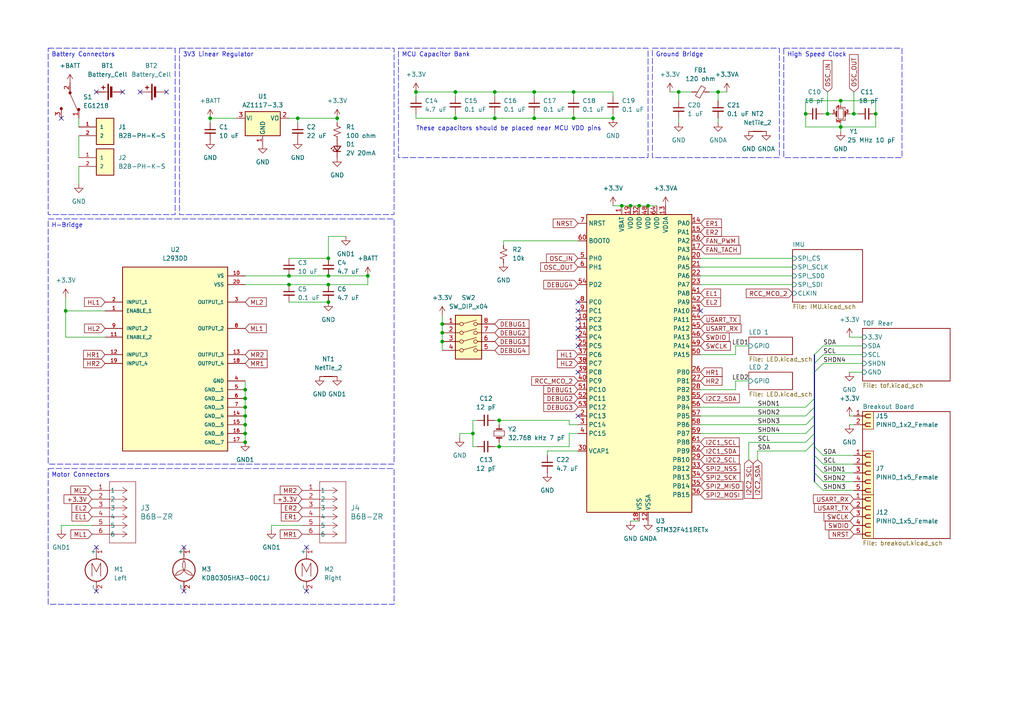
<source format=kicad_sch>
(kicad_sch (version 20230121) (generator eeschema)
  (paper "A4")
  (lib_symbols
    (symbol "B2B-PH-K-S_LF__SN_:B2B-PH-K-S_LF__SN_" (pin_names (offset 1.016))
      (property "Reference" "J" (at -2.5444 3.3077 0))
      (property "Value" "B2B-PH-K-S_LF__SN_" (at -2.5446 -7.6338 0))
      (symbol "B2B-PH-K-S_LF__SN__0_0"
        (pin passive line (at -7.62 0 0) (length 5.08) (name "1") (number "1"))
        (pin passive line (at -7.62 -2.54 0) (length 5.08) (name "2") (number "2"))
      )
    )
    (symbol "B6B_ZR:B6B-ZR" (pin_names (offset 0.254))
      (property "Reference" "J" (at 8.89 6.35 0))
      (property "Value" "B6B-ZR" (at 0 0 0))
      (symbol "B6B-ZR_1_1"
        (pin unspecified line (at 0 0 0) (length 5.08) (name "1") (number "1"))
        (pin unspecified line (at 0 -2.54 0) (length 5.08) (name "2") (number "2"))
        (pin unspecified line (at 0 -5.08 0) (length 5.08) (name "3") (number "3"))
        (pin unspecified line (at 0 -7.62 0) (length 5.08) (name "4") (number "4"))
        (pin unspecified line (at 0 -10.16 0) (length 5.08) (name "5") (number "5"))
        (pin unspecified line (at 0 -12.7 0) (length 5.08) (name "6") (number "6"))
      )
      (symbol "B6B-ZR_1_2"
        (pin unspecified line (at 0 0 0) (length 5.08) (name "1") (number "1"))
        (pin unspecified line (at 0 -2.54 0) (length 5.08) (name "2") (number "2"))
        (pin unspecified line (at 0 -5.08 0) (length 5.08) (name "3") (number "3"))
        (pin unspecified line (at 0 -7.62 0) (length 5.08) (name "4") (number "4"))
        (pin unspecified line (at 0 -10.16 0) (length 5.08) (name "5") (number "5"))
        (pin unspecified line (at 0 -12.7 0) (length 5.08) (name "6") (number "6"))
      )
    )
    (symbol "Device:Battery_Cell" (pin_numbers hide) (pin_names (offset 0) hide)
      (property "Reference" "BT" (at 2.54 2.54 0))
      (property "Value" "Battery_Cell" (at 2.54 0 0))
      (symbol "Battery_Cell_1_1"
        (pin passive line (at 0 5.08 270) (length 2.54) (name "+") (number "1"))
        (pin passive line (at 0 -2.54 90) (length 2.54) (name "-") (number "2"))
      )
    )
    (symbol "Device:C_Small" (pin_numbers hide) (pin_names (offset 0.254) hide)
      (property "Reference" "C" (at 0.254 1.778 0))
      (property "Value" "C_Small" (at 0.254 -2.032 0))
      (symbol "C_Small_1_1"
        (pin passive line (at 0 2.54 270) (length 2.032) (name "~") (number "1"))
        (pin passive line (at 0 -2.54 90) (length 2.032) (name "~") (number "2"))
      )
    )
    (symbol "Device:Crystal_GND24_Small" (pin_names (offset 1.016) hide)
      (property "Reference" "Y" (at 1.27 4.445 0))
      (property "Value" "Crystal_GND24_Small" (at 1.27 2.54 0))
      (symbol "Crystal_GND24_Small_1_1"
        (pin passive line (at -2.54 0 0) (length 1.27) (name "1") (number "1"))
        (pin passive line (at 0 -2.54 90) (length 0.635) (name "2") (number "2"))
        (pin passive line (at 2.54 0 180) (length 1.27) (name "3") (number "3"))
        (pin passive line (at 0 2.54 270) (length 0.635) (name "4") (number "4"))
      )
    )
    (symbol "Device:Crystal_Small" (pin_numbers hide) (pin_names (offset 1.016) hide)
      (property "Reference" "Y" (at 0 2.54 0))
      (property "Value" "Crystal_Small" (at 0 -2.54 0))
      (symbol "Crystal_Small_1_1"
        (pin passive line (at -2.54 0 0) (length 1.27) (name "1") (number "1"))
        (pin passive line (at 2.54 0 180) (length 1.27) (name "2") (number "2"))
      )
    )
    (symbol "Device:FerriteBead_Small" (pin_numbers hide) (pin_names (offset 0))
      (property "Reference" "FB" (at 1.905 1.27 0))
      (property "Value" "FerriteBead_Small" (at 1.905 -1.27 0))
      (symbol "FerriteBead_Small_1_1"
        (pin passive line (at 0 2.54 270) (length 1.27) (name "~") (number "1"))
        (pin passive line (at 0 -2.54 90) (length 1.27) (name "~") (number "2"))
      )
    )
    (symbol "Device:LED_Small" (pin_numbers hide) (pin_names (offset 0.254) hide)
      (property "Reference" "D" (at -1.27 3.175 0))
      (property "Value" "LED_Small" (at -4.445 -2.54 0))
      (symbol "LED_Small_1_1"
        (pin passive line (at -2.54 0 0) (length 1.778) (name "K") (number "1"))
        (pin passive line (at 2.54 0 180) (length 1.778) (name "A") (number "2"))
      )
    )
    (symbol "Device:NetTie_2" (pin_numbers hide) (pin_names (offset 0) hide) (in_bom no)
      (property "Reference" "NT" (at 0 1.27 0))
      (property "Value" "NetTie_2" (at 0 -1.27 0))
      (symbol "NetTie_2_1_1"
        (pin passive line (at -2.54 0 0) (length 2.54) (name "1") (number "1"))
        (pin passive line (at 2.54 0 180) (length 2.54) (name "2") (number "2"))
      )
    )
    (symbol "Device:R_Small_US" (pin_numbers hide) (pin_names (offset 0.254) hide)
      (property "Reference" "R" (at 0.762 0.508 0))
      (property "Value" "R_Small_US" (at 0.762 -1.016 0))
      (symbol "R_Small_US_1_1"
        (pin passive line (at 0 2.54 270) (length 1.016) (name "~") (number "1"))
        (pin passive line (at 0 -2.54 90) (length 1.016) (name "~") (number "2"))
      )
    )
    (symbol "L293DD:L293DD" (pin_names (offset 1.016))
      (property "Reference" "U" (at -15 18.7 0))
      (property "Value" "L293DD" (at -15 -37.78 0))
      (symbol "L293DD_0_0"
        (pin input line (at -20.32 5.08 0) (length 5.08) (name "ENABLE_1") (number "1"))
        (pin power_in line (at 20.32 15.24 180) (length 5.08) (name "VS") (number "10"))
        (pin input line (at -20.32 -2.54 0) (length 5.08) (name "ENABLE_2") (number "11"))
        (pin input line (at -20.32 -7.62 0) (length 5.08) (name "INPUT_3") (number "12"))
        (pin output line (at 20.32 -7.62 180) (length 5.08) (name "OUTPUT_3") (number "13"))
        (pin power_in line (at 20.32 -25.4 180) (length 5.08) (name "GND__4") (number "14"))
        (pin power_in line (at 20.32 -27.94 180) (length 5.08) (name "GND__5") (number "15"))
        (pin power_in line (at 20.32 -30.48 180) (length 5.08) (name "GND__6") (number "16"))
        (pin power_in line (at 20.32 -33.02 180) (length 5.08) (name "GND__7") (number "17"))
        (pin output line (at 20.32 -10.16 180) (length 5.08) (name "OUTPUT_4") (number "18"))
        (pin input line (at -20.32 -10.16 0) (length 5.08) (name "INPUT_4") (number "19"))
        (pin input line (at -20.32 7.62 0) (length 5.08) (name "INPUT_1") (number "2"))
        (pin power_in line (at 20.32 12.7 180) (length 5.08) (name "VSS") (number "20"))
        (pin output line (at 20.32 7.62 180) (length 5.08) (name "OUTPUT_1") (number "3"))
        (pin power_in line (at 20.32 -15.24 180) (length 5.08) (name "GND") (number "4"))
        (pin power_in line (at 20.32 -17.78 180) (length 5.08) (name "GND__1") (number "5"))
        (pin power_in line (at 20.32 -20.32 180) (length 5.08) (name "GND__2") (number "6"))
        (pin power_in line (at 20.32 -22.86 180) (length 5.08) (name "GND__3") (number "7"))
        (pin output line (at 20.32 0 180) (length 5.08) (name "OUTPUT_2") (number "8"))
        (pin input line (at -20.32 0 0) (length 5.08) (name "INPUT_2") (number "9"))
      )
    )
    (symbol "MCU_ST_STM32F4:STM32F411RETx"
      (property "Reference" "U" (at -15.24 44.45 0))
      (property "Value" "STM32F411RETx" (at 10.16 44.45 0))
      (symbol "STM32F411RETx_1_1"
        (pin power_in line (at -5.08 45.72 270) (length 2.54) (name "VBAT") (number "1"))
        (pin bidirectional line (at -17.78 12.7 0) (length 2.54) (name "PC2") (number "10"))
        (pin bidirectional line (at -17.78 10.16 0) (length 2.54) (name "PC3") (number "11"))
        (pin power_in line (at 2.54 -45.72 90) (length 2.54) (name "VSSA") (number "12"))
        (pin power_in line (at 7.62 45.72 270) (length 2.54) (name "VDDA") (number "13"))
        (pin bidirectional line (at 17.78 40.64 180) (length 2.54) (name "PA0") (number "14"))
        (pin bidirectional line (at 17.78 38.1 180) (length 2.54) (name "PA1") (number "15"))
        (pin bidirectional line (at 17.78 35.56 180) (length 2.54) (name "PA2") (number "16"))
        (pin bidirectional line (at 17.78 33.02 180) (length 2.54) (name "PA3") (number "17"))
        (pin power_in line (at 0 -45.72 90) (length 2.54) (name "VSS") (number "18"))
        (pin power_in line (at -2.54 45.72 270) (length 2.54) (name "VDD") (number "19"))
        (pin bidirectional line (at -17.78 -15.24 0) (length 2.54) (name "PC13") (number "2"))
        (pin bidirectional line (at 17.78 30.48 180) (length 2.54) (name "PA4") (number "20"))
        (pin bidirectional line (at 17.78 27.94 180) (length 2.54) (name "PA5") (number "21"))
        (pin bidirectional line (at 17.78 25.4 180) (length 2.54) (name "PA6") (number "22"))
        (pin bidirectional line (at 17.78 22.86 180) (length 2.54) (name "PA7") (number "23"))
        (pin bidirectional line (at -17.78 7.62 0) (length 2.54) (name "PC4") (number "24"))
        (pin bidirectional line (at -17.78 5.08 0) (length 2.54) (name "PC5") (number "25"))
        (pin bidirectional line (at 17.78 -2.54 180) (length 2.54) (name "PB0") (number "26"))
        (pin bidirectional line (at 17.78 -5.08 180) (length 2.54) (name "PB1") (number "27"))
        (pin bidirectional line (at 17.78 -7.62 180) (length 2.54) (name "PB2") (number "28"))
        (pin bidirectional line (at 17.78 -27.94 180) (length 2.54) (name "PB10") (number "29"))
        (pin bidirectional line (at -17.78 -17.78 0) (length 2.54) (name "PC14") (number "3"))
        (pin power_out line (at -17.78 -25.4 0) (length 2.54) (name "VCAP1") (number "30"))
        (pin passive line (at 0 -45.72 90) (length 2.54) hide (name "VSS") (number "31"))
        (pin power_in line (at 0 45.72 270) (length 2.54) (name "VDD") (number "32"))
        (pin bidirectional line (at 17.78 -30.48 180) (length 2.54) (name "PB12") (number "33"))
        (pin bidirectional line (at 17.78 -33.02 180) (length 2.54) (name "PB13") (number "34"))
        (pin bidirectional line (at 17.78 -35.56 180) (length 2.54) (name "PB14") (number "35"))
        (pin bidirectional line (at 17.78 -38.1 180) (length 2.54) (name "PB15") (number "36"))
        (pin bidirectional line (at -17.78 2.54 0) (length 2.54) (name "PC6") (number "37"))
        (pin bidirectional line (at -17.78 0 0) (length 2.54) (name "PC7") (number "38"))
        (pin bidirectional line (at -17.78 -2.54 0) (length 2.54) (name "PC8") (number "39"))
        (pin bidirectional line (at -17.78 -20.32 0) (length 2.54) (name "PC15") (number "4"))
        (pin bidirectional line (at -17.78 -5.08 0) (length 2.54) (name "PC9") (number "40"))
        (pin bidirectional line (at 17.78 20.32 180) (length 2.54) (name "PA8") (number "41"))
        (pin bidirectional line (at 17.78 17.78 180) (length 2.54) (name "PA9") (number "42"))
        (pin bidirectional line (at 17.78 15.24 180) (length 2.54) (name "PA10") (number "43"))
        (pin bidirectional line (at 17.78 12.7 180) (length 2.54) (name "PA11") (number "44"))
        (pin bidirectional line (at 17.78 10.16 180) (length 2.54) (name "PA12") (number "45"))
        (pin bidirectional line (at 17.78 7.62 180) (length 2.54) (name "PA13") (number "46"))
        (pin passive line (at 0 -45.72 90) (length 2.54) hide (name "VSS") (number "47"))
        (pin power_in line (at 2.54 45.72 270) (length 2.54) (name "VDD") (number "48"))
        (pin bidirectional line (at 17.78 5.08 180) (length 2.54) (name "PA14") (number "49"))
        (pin bidirectional line (at -17.78 30.48 0) (length 2.54) (name "PH0") (number "5"))
        (pin bidirectional line (at 17.78 2.54 180) (length 2.54) (name "PA15") (number "50"))
        (pin bidirectional line (at -17.78 -7.62 0) (length 2.54) (name "PC10") (number "51"))
        (pin bidirectional line (at -17.78 -10.16 0) (length 2.54) (name "PC11") (number "52"))
        (pin bidirectional line (at -17.78 -12.7 0) (length 2.54) (name "PC12") (number "53"))
        (pin bidirectional line (at -17.78 22.86 0) (length 2.54) (name "PD2") (number "54"))
        (pin bidirectional line (at 17.78 -10.16 180) (length 2.54) (name "PB3") (number "55"))
        (pin bidirectional line (at 17.78 -12.7 180) (length 2.54) (name "PB4") (number "56"))
        (pin bidirectional line (at 17.78 -15.24 180) (length 2.54) (name "PB5") (number "57"))
        (pin bidirectional line (at 17.78 -17.78 180) (length 2.54) (name "PB6") (number "58"))
        (pin bidirectional line (at 17.78 -20.32 180) (length 2.54) (name "PB7") (number "59"))
        (pin bidirectional line (at -17.78 27.94 0) (length 2.54) (name "PH1") (number "6"))
        (pin input line (at -17.78 35.56 0) (length 2.54) (name "BOOT0") (number "60"))
        (pin bidirectional line (at 17.78 -22.86 180) (length 2.54) (name "PB8") (number "61"))
        (pin bidirectional line (at 17.78 -25.4 180) (length 2.54) (name "PB9") (number "62"))
        (pin passive line (at 0 -45.72 90) (length 2.54) hide (name "VSS") (number "63"))
        (pin power_in line (at 5.08 45.72 270) (length 2.54) (name "VDD") (number "64"))
        (pin input line (at -17.78 40.64 0) (length 2.54) (name "NRST") (number "7"))
        (pin bidirectional line (at -17.78 17.78 0) (length 2.54) (name "PC0") (number "8"))
        (pin bidirectional line (at -17.78 15.24 0) (length 2.54) (name "PC1") (number "9"))
      )
    )
    (symbol "Motor:Fan" (pin_names (offset 0))
      (property "Reference" "M" (at 2.54 5.08 0))
      (property "Value" "Fan" (at 2.54 -2.54 0))
      (symbol "Fan_1_1"
        (pin passive line (at 0 7.62 270) (length 2.54) (name "+") (number "1"))
        (pin passive line (at 0 -5.08 90) (length 2.54) (name "-") (number "2"))
      )
    )
    (symbol "Motor:Motor_DC" (pin_names (offset 0))
      (property "Reference" "M" (at 2.54 2.54 0))
      (property "Value" "Motor_DC" (at 2.54 -5.08 0))
      (symbol "Motor_DC_1_1"
        (pin passive line (at 0 5.08 270) (length 2.54) (name "+") (number "1"))
        (pin passive line (at 0 -7.62 90) (length 2.54) (name "-") (number "2"))
      )
    )
    (symbol "PCM_SL_Pin_Headers:PINHD_1x2_Female"
      (property "Reference" "J" (at 0 7.62 0))
      (property "Value" "PINHD_1x2_Female" (at 0 5.08 0))
      (symbol "PINHD_1x2_Female_1_1"
        (pin passive line (at -3.81 1.27 0) (length 2.54) (name "") (number "1"))
        (pin passive line (at -3.81 -1.27 0) (length 2.54) (name "") (number "2"))
      )
    )
    (symbol "PCM_SL_Pin_Headers:PINHD_1x5_Female"
      (property "Reference" "J" (at 0 11.43 0))
      (property "Value" "PINHD_1x5_Female" (at 0 8.89 0))
      (symbol "PINHD_1x5_Female_1_1"
        (pin passive line (at -3.81 5.08 0) (length 2.54) (name "") (number "1"))
        (pin passive line (at -3.81 2.54 0) (length 2.54) (name "") (number "2"))
        (pin passive line (at -3.81 0 0) (length 2.54) (name "") (number "3"))
        (pin passive line (at -3.81 -2.54 0) (length 2.54) (name "") (number "4"))
        (pin passive line (at -3.81 -5.08 0) (length 2.54) (name "") (number "5"))
      )
    )
    (symbol "Regulator_Linear:AZ1117-3.3" (pin_names (offset 0.254))
      (property "Reference" "U" (at -3.81 3.175 0))
      (property "Value" "AZ1117-3.3" (at 0 3.175 0))
      (symbol "AZ1117-3.3_1_1"
        (pin power_in line (at 0 -7.62 90) (length 2.54) (name "GND") (number "1"))
        (pin power_out line (at 7.62 0 180) (length 2.54) (name "VO") (number "2"))
        (pin power_in line (at -7.62 0 0) (length 2.54) (name "VI") (number "3"))
      )
    )
    (symbol "Switch:SW_DIP_x04" (pin_names (offset 0) hide)
      (property "Reference" "SW" (at 0 8.89 0))
      (property "Value" "SW_DIP_x04" (at 0 -6.35 0))
      (symbol "SW_DIP_x04_1_1"
        (pin passive line (at -7.62 5.08 0) (length 5.08) (name "~") (number "1"))
        (pin passive line (at -7.62 2.54 0) (length 5.08) (name "~") (number "2"))
        (pin passive line (at -7.62 0 0) (length 5.08) (name "~") (number "3"))
        (pin passive line (at -7.62 -2.54 0) (length 5.08) (name "~") (number "4"))
        (pin passive line (at 7.62 -2.54 180) (length 5.08) (name "~") (number "5"))
        (pin passive line (at 7.62 0 180) (length 5.08) (name "~") (number "6"))
        (pin passive line (at 7.62 2.54 180) (length 5.08) (name "~") (number "7"))
        (pin passive line (at 7.62 5.08 180) (length 5.08) (name "~") (number "8"))
      )
    )
    (symbol "dk_Slide-Switches:EG1218" (pin_names (offset 0))
      (property "Reference" "S" (at -3.81 2.286 0))
      (property "Value" "EG1218" (at 0 -5.334 0))
      (symbol "EG1218_1_1"
        (pin passive line (at 5.08 2.54 180) (length 2.54) (name "~") (number "1"))
        (pin passive line (at -5.08 0 0) (length 2.54) (name "~") (number "2"))
        (pin passive line (at 5.08 -2.54 180) (length 2.54) (name "~") (number "3"))
      )
    )
    (symbol "power:+3.3V" (power) (pin_names (offset 0))
      (property "Value" "+3.3V" (at 0 3.556 0))
      (symbol "+3.3V_1_1"
        (pin power_in line (at 0 0 90) (length 0) hide (name "+3.3V") (number "1"))
      )
    )
    (symbol "power:+3.3VA" (power) (pin_names (offset 0))
      (property "Value" "+3.3VA" (at 0 3.556 0))
      (symbol "+3.3VA_1_1"
        (pin power_in line (at 0 0 90) (length 0) hide (name "+3.3VA") (number "1"))
      )
    )
    (symbol "power:+BATT" (power) (pin_names (offset 0))
      (property "Value" "+BATT" (at 0 3.556 0))
      (symbol "+BATT_1_1"
        (pin power_in line (at 0 0 90) (length 0) hide (name "+BATT") (number "1"))
      )
    )
    (symbol "power:GND" (power) (pin_names (offset 0))
      (property "Value" "GND" (at 0 -3.81 0))
      (symbol "GND_1_1"
        (pin power_in line (at 0 0 270) (length 0) hide (name "GND") (number "1"))
      )
    )
    (symbol "power:GND1" (power) (pin_names (offset 0))
      (property "Value" "GND1" (at 0 -3.81 0))
      (symbol "GND1_1_1"
        (pin power_in line (at 0 0 270) (length 0) hide (name "GND1") (number "1"))
      )
    )
    (symbol "power:GNDA" (power) (pin_names (offset 0))
      (property "Value" "GNDA" (at 0 -3.81 0))
      (symbol "GNDA_1_1"
        (pin power_in line (at 0 0 270) (length 0) hide (name "GNDA") (number "1"))
      )
    )
  )
  (junction (at 128.27 96.52))
  (junction (at 233.68 33.02))
  (junction (at 196.85 26.67))
  (junction (at 240.03 33.02))
  (junction (at 120.65 26.67))
  (junction (at 71.12 128.27))
  (junction (at 182.88 59.69))
  (junction (at 60.96 34.29))
  (junction (at 132.08 34.29))
  (junction (at 166.37 34.29))
  (junction (at 132.08 26.67))
  (junction (at 143.51 26.67))
  (junction (at 106.68 80.01))
  (junction (at 128.27 93.98))
  (junction (at 208.28 26.67))
  (junction (at 128.27 99.06))
  (junction (at 71.12 113.03))
  (junction (at 95.25 82.55))
  (junction (at 243.84 29.21))
  (junction (at 247.65 33.02))
  (junction (at 95.25 74.93))
  (junction (at 71.12 120.65))
  (junction (at 97.79 34.29))
  (junction (at 19.05 90.17))
  (junction (at 177.8 34.29))
  (junction (at 254 33.02))
  (junction (at 185.42 59.69))
  (junction (at 95.25 87.63))
  (junction (at 166.37 26.67))
  (junction (at 71.12 118.11))
  (junction (at 243.84 36.83))
  (junction (at 187.96 59.69))
  (junction (at 95.25 80.01))
  (junction (at 137.16 125.73))
  (junction (at 83.82 80.01))
  (junction (at 71.12 115.57))
  (junction (at 143.51 34.29))
  (junction (at 154.94 34.29))
  (junction (at 144.78 121.92))
  (junction (at 71.12 125.73))
  (junction (at 154.94 26.67))
  (junction (at 83.82 82.55))
  (junction (at 86.36 34.29))
  (junction (at 144.78 129.54))
  (junction (at 180.34 59.69))
  (junction (at 71.12 123.19))
  (no_connect (at 27.94 158.75))
  (no_connect (at 53.34 158.75))
  (no_connect (at 88.9 158.75))
  (no_connect (at 167.64 92.71))
  (no_connect (at 167.64 97.79))
  (no_connect (at 167.64 107.95))
  (no_connect (at 27.94 171.45))
  (no_connect (at 167.64 120.65))
  (no_connect (at 35.56 26.67))
  (no_connect (at 53.34 171.45))
  (no_connect (at 40.64 26.67))
  (no_connect (at 203.2 90.17))
  (no_connect (at 17.78 34.29))
  (no_connect (at 48.26 26.67))
  (no_connect (at 167.64 100.33))
  (no_connect (at 27.94 26.67))
  (no_connect (at 167.64 87.63))
  (no_connect (at 167.64 90.17))
  (no_connect (at 167.64 95.25))
  (no_connect (at 88.9 171.45))
  (bus_entry (at 236.22 123.19) (size -2.54 2.54))
  (bus_entry (at 236.22 107.95) (size 2.54 -2.54))
  (bus_entry (at 236.22 139.7) (size 2.54 2.54))
  (bus_entry (at 236.22 102.87) (size 2.54 -2.54))
  (bus_entry (at 236.22 137.16) (size 2.54 2.54))
  (bus_entry (at 236.22 120.65) (size -2.54 2.54))
  (bus_entry (at 236.22 134.62) (size 2.54 2.54))
  (bus_entry (at 236.22 118.11) (size -2.54 2.54))
  (bus_entry (at 236.22 115.57) (size -2.54 2.54))
  (bus_entry (at 236.22 129.54) (size 2.54 2.54))
  (bus_entry (at 236.22 125.73) (size -2.54 2.54))
  (bus_entry (at 236.22 105.41) (size 2.54 -2.54))
  (bus_entry (at 236.22 132.08) (size 2.54 2.54))
  (bus_entry (at 236.22 128.27) (size -2.54 2.54))
  (wire (pts (xy 219.71 130.81) (xy 233.68 130.81)))
  (wire (pts (xy 238.76 100.33) (xy 250.19 100.33)))
  (wire (pts (xy 146.05 69.85) (xy 146.05 71.12)))
  (wire (pts (xy 137.16 129.54) (xy 138.43 129.54)))
  (wire (pts (xy 26.67 152.4) (xy 17.78 152.4)))
  (wire (pts (xy 143.51 34.29) (xy 143.51 33.02)))
  (wire (pts (xy 132.08 26.67) (xy 143.51 26.67)))
  (bus (pts (xy 236.22 134.62) (xy 236.22 137.16)))
  (wire (pts (xy 143.51 34.29) (xy 154.94 34.29)))
  (wire (pts (xy 247.65 26.67) (xy 247.65 33.02)))
  (wire (pts (xy 133.35 125.73) (xy 137.16 125.73)))
  (bus (pts (xy 236.22 128.27) (xy 236.22 129.54)))
  (wire (pts (xy 132.08 34.29) (xy 132.08 33.02)))
  (wire (pts (xy 120.65 26.67) (xy 132.08 26.67)))
  (wire (pts (xy 60.96 34.29) (xy 68.58 34.29)))
  (wire (pts (xy 208.28 26.67) (xy 210.82 26.67)))
  (wire (pts (xy 143.51 121.92) (xy 144.78 121.92)))
  (wire (pts (xy 205.74 26.67) (xy 208.28 26.67)))
  (wire (pts (xy 19.05 90.17) (xy 30.48 90.17)))
  (wire (pts (xy 240.03 33.02) (xy 241.3 33.02)))
  (wire (pts (xy 17.78 152.4) (xy 17.78 153.67)))
  (wire (pts (xy 254 29.21) (xy 254 33.02)))
  (wire (pts (xy 180.34 59.69) (xy 182.88 59.69)))
  (wire (pts (xy 203.2 125.73) (xy 233.68 125.73)))
  (wire (pts (xy 166.37 34.29) (xy 166.37 33.02)))
  (wire (pts (xy 233.68 36.83) (xy 233.68 33.02)))
  (wire (pts (xy 203.2 123.19) (xy 233.68 123.19)))
  (wire (pts (xy 238.76 134.62) (xy 247.65 134.62)))
  (wire (pts (xy 71.12 113.03) (xy 71.12 115.57)))
  (bus (pts (xy 236.22 123.19) (xy 236.22 125.73)))
  (wire (pts (xy 143.51 26.67) (xy 154.94 26.67)))
  (wire (pts (xy 177.8 26.67) (xy 177.8 27.94)))
  (wire (pts (xy 238.76 139.7) (xy 247.65 139.7)))
  (wire (pts (xy 213.36 110.49) (xy 217.17 110.49)))
  (wire (pts (xy 30.48 97.79) (xy 19.05 97.79)))
  (wire (pts (xy 22.86 34.29) (xy 22.86 36.83)))
  (wire (pts (xy 203.2 120.65) (xy 233.68 120.65)))
  (wire (pts (xy 83.82 34.29) (xy 86.36 34.29)))
  (wire (pts (xy 203.2 113.03) (xy 213.36 113.03)))
  (wire (pts (xy 19.05 97.79) (xy 19.05 90.17)))
  (wire (pts (xy 71.12 118.11) (xy 71.12 120.65)))
  (wire (pts (xy 128.27 91.44) (xy 128.27 93.98)))
  (wire (pts (xy 203.2 118.11) (xy 233.68 118.11)))
  (wire (pts (xy 246.38 123.19) (xy 247.65 123.19)))
  (bus (pts (xy 236.22 118.11) (xy 236.22 120.65)))
  (bus (pts (xy 236.22 102.87) (xy 236.22 105.41)))
  (wire (pts (xy 219.71 130.81) (xy 219.71 133.35)))
  (wire (pts (xy 177.8 59.69) (xy 180.34 59.69)))
  (wire (pts (xy 243.84 29.21) (xy 254 29.21)))
  (wire (pts (xy 60.96 35.56) (xy 60.96 34.29)))
  (bus (pts (xy 236.22 120.65) (xy 236.22 123.19)))
  (wire (pts (xy 71.12 125.73) (xy 71.12 128.27)))
  (wire (pts (xy 128.27 93.98) (xy 128.27 96.52)))
  (wire (pts (xy 83.82 87.63) (xy 95.25 87.63)))
  (wire (pts (xy 243.84 36.83) (xy 243.84 35.56)))
  (wire (pts (xy 203.2 82.55) (xy 229.87 82.55)))
  (wire (pts (xy 213.36 102.87) (xy 203.2 102.87)))
  (wire (pts (xy 243.84 38.1) (xy 243.84 36.83)))
  (wire (pts (xy 185.42 59.69) (xy 187.96 59.69)))
  (wire (pts (xy 165.1 125.73) (xy 165.1 129.54)))
  (wire (pts (xy 71.12 120.65) (xy 71.12 123.19)))
  (wire (pts (xy 22.86 39.37) (xy 22.86 45.72)))
  (wire (pts (xy 95.25 80.01) (xy 106.68 80.01)))
  (wire (pts (xy 137.16 125.73) (xy 137.16 129.54)))
  (wire (pts (xy 208.28 35.56) (xy 208.28 34.29)))
  (wire (pts (xy 143.51 26.67) (xy 143.51 27.94)))
  (wire (pts (xy 158.75 130.81) (xy 158.75 132.08)))
  (wire (pts (xy 128.27 99.06) (xy 128.27 101.6)))
  (wire (pts (xy 213.36 113.03) (xy 213.36 110.49)))
  (bus (pts (xy 236.22 105.41) (xy 236.22 107.95)))
  (wire (pts (xy 144.78 129.54) (xy 144.78 128.27)))
  (wire (pts (xy 240.03 26.67) (xy 240.03 33.02)))
  (wire (pts (xy 106.68 82.55) (xy 106.68 80.01)))
  (wire (pts (xy 246.38 120.65) (xy 247.65 120.65)))
  (wire (pts (xy 238.76 102.87) (xy 250.19 102.87)))
  (wire (pts (xy 196.85 35.56) (xy 196.85 34.29)))
  (wire (pts (xy 71.12 80.01) (xy 83.82 80.01)))
  (wire (pts (xy 167.64 130.81) (xy 158.75 130.81)))
  (wire (pts (xy 165.1 121.92) (xy 144.78 121.92)))
  (wire (pts (xy 71.12 123.19) (xy 71.12 125.73)))
  (wire (pts (xy 166.37 26.67) (xy 177.8 26.67)))
  (wire (pts (xy 132.08 26.67) (xy 132.08 27.94)))
  (wire (pts (xy 132.08 34.29) (xy 143.51 34.29)))
  (wire (pts (xy 22.86 48.26) (xy 22.86 53.34)))
  (wire (pts (xy 71.12 110.49) (xy 71.12 113.03)))
  (wire (pts (xy 86.36 35.56) (xy 86.36 34.29)))
  (wire (pts (xy 243.84 36.83) (xy 233.68 36.83)))
  (wire (pts (xy 167.64 123.19) (xy 165.1 123.19)))
  (wire (pts (xy 165.1 125.73) (xy 167.64 125.73)))
  (wire (pts (xy 120.65 34.29) (xy 132.08 34.29)))
  (wire (pts (xy 87.63 152.4) (xy 78.74 152.4)))
  (wire (pts (xy 243.84 36.83) (xy 254 36.83)))
  (wire (pts (xy 137.16 121.92) (xy 138.43 121.92)))
  (wire (pts (xy 120.65 26.67) (xy 120.65 27.94)))
  (wire (pts (xy 146.05 69.85) (xy 167.64 69.85)))
  (wire (pts (xy 143.51 129.54) (xy 144.78 129.54)))
  (wire (pts (xy 213.36 100.33) (xy 213.36 102.87)))
  (wire (pts (xy 238.76 137.16) (xy 247.65 137.16)))
  (wire (pts (xy 71.12 115.57) (xy 71.12 118.11)))
  (wire (pts (xy 144.78 121.92) (xy 144.78 123.19)))
  (wire (pts (xy 187.96 59.69) (xy 190.5 59.69)))
  (wire (pts (xy 243.84 30.48) (xy 243.84 29.21)))
  (wire (pts (xy 19.05 90.17) (xy 19.05 86.36)))
  (wire (pts (xy 233.68 29.21) (xy 233.68 33.02)))
  (wire (pts (xy 83.82 74.93) (xy 95.25 74.93)))
  (wire (pts (xy 120.65 34.29) (xy 120.65 33.02)))
  (wire (pts (xy 133.35 127) (xy 133.35 125.73)))
  (wire (pts (xy 154.94 26.67) (xy 166.37 26.67)))
  (wire (pts (xy 154.94 34.29) (xy 166.37 34.29)))
  (wire (pts (xy 128.27 96.52) (xy 128.27 99.06)))
  (wire (pts (xy 71.12 82.55) (xy 83.82 82.55)))
  (wire (pts (xy 238.76 142.24) (xy 247.65 142.24)))
  (wire (pts (xy 196.85 26.67) (xy 200.66 26.67)))
  (bus (pts (xy 236.22 137.16) (xy 236.22 139.7)))
  (wire (pts (xy 196.85 26.67) (xy 196.85 29.21)))
  (wire (pts (xy 248.92 33.02) (xy 247.65 33.02)))
  (wire (pts (xy 177.8 33.02) (xy 177.8 34.29)))
  (bus (pts (xy 236.22 125.73) (xy 236.22 128.27)))
  (wire (pts (xy 95.25 82.55) (xy 106.68 82.55)))
  (wire (pts (xy 246.38 107.95) (xy 250.19 107.95)))
  (wire (pts (xy 217.17 128.27) (xy 233.68 128.27)))
  (wire (pts (xy 182.88 151.13) (xy 185.42 151.13)))
  (wire (pts (xy 238.76 33.02) (xy 240.03 33.02)))
  (bus (pts (xy 236.22 115.57) (xy 236.22 118.11)))
  (wire (pts (xy 182.88 59.69) (xy 185.42 59.69)))
  (bus (pts (xy 236.22 132.08) (xy 236.22 134.62)))
  (wire (pts (xy 203.2 80.01) (xy 229.87 80.01)))
  (wire (pts (xy 208.28 26.67) (xy 208.28 29.21)))
  (wire (pts (xy 243.84 29.21) (xy 233.68 29.21)))
  (wire (pts (xy 95.25 68.58) (xy 100.33 68.58)))
  (wire (pts (xy 154.94 34.29) (xy 154.94 33.02)))
  (wire (pts (xy 238.76 105.41) (xy 250.19 105.41)))
  (wire (pts (xy 250.19 97.79) (xy 246.38 97.79)))
  (wire (pts (xy 154.94 26.67) (xy 154.94 27.94)))
  (wire (pts (xy 137.16 121.92) (xy 137.16 125.73)))
  (wire (pts (xy 217.17 128.27) (xy 217.17 133.35)))
  (wire (pts (xy 166.37 26.67) (xy 166.37 27.94)))
  (wire (pts (xy 83.82 82.55) (xy 95.25 82.55)))
  (bus (pts (xy 236.22 129.54) (xy 236.22 132.08)))
  (wire (pts (xy 166.37 34.29) (xy 177.8 34.29)))
  (wire (pts (xy 95.25 68.58) (xy 95.25 74.93)))
  (bus (pts (xy 236.22 107.95) (xy 236.22 115.57)))
  (wire (pts (xy 97.79 35.56) (xy 97.79 34.29)))
  (wire (pts (xy 254 33.02) (xy 254 36.83)))
  (wire (pts (xy 213.36 100.33) (xy 217.17 100.33)))
  (wire (pts (xy 86.36 34.29) (xy 97.79 34.29)))
  (wire (pts (xy 78.74 152.4) (xy 78.74 153.67)))
  (wire (pts (xy 238.76 132.08) (xy 247.65 132.08)))
  (wire (pts (xy 247.65 33.02) (xy 246.38 33.02)))
  (wire (pts (xy 203.2 74.93) (xy 229.87 74.93)))
  (wire (pts (xy 165.1 121.92) (xy 165.1 123.19)))
  (wire (pts (xy 203.2 77.47) (xy 229.87 77.47)))
  (wire (pts (xy 165.1 129.54) (xy 144.78 129.54)))
  (wire (pts (xy 83.82 80.01) (xy 95.25 80.01)))
  (wire (pts (xy 194.31 26.67) (xy 196.85 26.67)))
  (text_box "H-Bridge" (at 13.97 63.5 0) (size 100.33 71.12) (stroke (width 0) (type dash)) (effects (font (size 1.27 1.27)) (justify left top)))
  (text_box "3V3 Linear Regulator" (at 52.07 13.97 0) (size 62.23 48.26) (stroke (width 0) (type dash)) (effects (font (size 1.27 1.27)) (justify left top)))
  (text_box "Ground Bridge" (at 189.23 13.97 0) (size 36.83 31.75) (stroke (width 0) (type dash)) (effects (font (size 1.27 1.27)) (justify left top)))
  (text_box "Motor Connectors" (at 13.97 135.89 0) (size 100.33 39.37) (stroke (width 0) (type dash)) (effects (font (size 1.27 1.27)) (justify left top)))
  (text_box "MCU Capacitor Bank" (at 115.57 13.97 0) (size 72.39 31.75) (stroke (width 0) (type dash)) (effects (font (size 1.27 1.27)) (justify left top)))
  (text_box "High Speed Clock" (at 227.33 13.97 0) (size 34.29 31.75) (stroke (width 0) (type dash)) (effects (font (size 1.27 1.27)) (justify left top)))
  (text_box "Battery Connectors" (at 13.97 13.97 0) (size 36.83 48.26) (stroke (width 0) (type dash)) (effects (font (size 1.27 1.27)) (justify left top)))
  (text "These capacitors should be placed near MCU VDD pins" (at 120.65 38.1 0) (effects (font (size 1.27 1.27)) (justify left bottom)))
  (label "SHDN4" (at 238.76 105.41 0))
  (label "SCL" (at 238.76 102.87 0))
  (label "SDA" (at 238.76 100.33 0))
  (label "SHDN2" (at 219.71 120.65 0))
  (label "SCL" (at 219.71 128.27 0))
  (label "SHDN3" (at 219.71 123.19 0))
  (label "SDA" (at 219.71 130.81 0))
  (label "LED2" (at 217.17 110.49 180))
  (label "SHDN1" (at 238.76 137.16 0))
  (label "SHDN1" (at 219.71 118.11 0))
  (label "SHDN4" (at 219.71 125.73 0))
  (label "SCL" (at 238.76 134.62 0))
  (label "SDA" (at 238.76 132.08 0))
  (label "SHDN3" (at 238.76 142.24 0))
  (label "SHDN2" (at 238.76 139.7 0))
  (label "LED1" (at 217.17 100.33 180))
  (global_label "SWDIO" (shape input) (at 203.2 97.79 0) (property "Intersheetrefs" "${INTERSHEET_REFS}" (effects hide)))
  (global_label "RCC_MCO_2" (shape input) (at 167.64 110.49 180) (property "Intersheetrefs" "${INTERSHEET_REFS}" (effects hide)))
  (global_label "I2C2_SCL" (shape input) (at 217.17 133.35 270) (property "Intersheetrefs" "${INTERSHEET_REFS}" (effects hide)))
  (global_label "I2C2_SDA" (shape input) (at 203.2 115.57 0) (property "Intersheetrefs" "${INTERSHEET_REFS}" (effects hide)))
  (global_label "HR2" (shape input) (at 30.48 105.41 180) (property "Intersheetrefs" "${INTERSHEET_REFS}" (effects hide)))
  (global_label "SPI2_MOSI" (shape input) (at 203.2 143.51 0) (property "Intersheetrefs" "${INTERSHEET_REFS}" (effects hide)))
  (global_label "EL1" (shape input) (at 26.67 149.86 180) (property "Intersheetrefs" "${INTERSHEET_REFS}" (effects hide)))
  (global_label "USART_TX" (shape input) (at 203.2 92.71 0) (property "Intersheetrefs" "${INTERSHEET_REFS}" (effects hide)))
  (global_label "HR1" (shape input) (at 203.2 107.95 0) (property "Intersheetrefs" "${INTERSHEET_REFS}" (effects hide)))
  (global_label "ER2" (shape input) (at 87.63 147.32 180) (property "Intersheetrefs" "${INTERSHEET_REFS}" (effects hide)))
  (global_label "DEBUG4" (shape input) (at 167.64 82.55 180) (property "Intersheetrefs" "${INTERSHEET_REFS}" (effects hide)))
  (global_label "MR2" (shape input) (at 71.12 102.87 0) (property "Intersheetrefs" "${INTERSHEET_REFS}" (effects hide)))
  (global_label "USART_RX" (shape input) (at 203.2 95.25 0) (property "Intersheetrefs" "${INTERSHEET_REFS}" (effects hide)))
  (global_label "FAN_PWM" (shape input) (at 203.2 69.85 0) (property "Intersheetrefs" "${INTERSHEET_REFS}" (effects hide)))
  (global_label "ML2" (shape input) (at 71.12 87.63 0) (property "Intersheetrefs" "${INTERSHEET_REFS}" (effects hide)))
  (global_label "SPI2_MISO" (shape input) (at 203.2 140.97 0) (property "Intersheetrefs" "${INTERSHEET_REFS}" (effects hide)))
  (global_label "OSC_IN" (shape input) (at 240.03 26.67 90) (property "Intersheetrefs" "${INTERSHEET_REFS}" (effects hide)))
  (global_label "ML1" (shape input) (at 26.67 154.94 180) (property "Intersheetrefs" "${INTERSHEET_REFS}" (effects hide)))
  (global_label "EL2" (shape input) (at 203.2 87.63 0) (property "Intersheetrefs" "${INTERSHEET_REFS}" (effects hide)))
  (global_label "NRST" (shape input) (at 247.65 154.94 180) (property "Intersheetrefs" "${INTERSHEET_REFS}" (effects hide)))
  (global_label "HL2" (shape input) (at 30.48 95.25 180) (property "Intersheetrefs" "${INTERSHEET_REFS}" (effects hide)))
  (global_label "I2C1_SCL" (shape input) (at 203.2 128.27 0) (property "Intersheetrefs" "${INTERSHEET_REFS}" (effects hide)))
  (global_label "DEBUG1" (shape input) (at 167.64 113.03 180) (property "Intersheetrefs" "${INTERSHEET_REFS}" (effects hide)))
  (global_label "EL1" (shape input) (at 203.2 85.09 0) (property "Intersheetrefs" "${INTERSHEET_REFS}" (effects hide)))
  (global_label "DEBUG4" (shape input) (at 143.51 101.6 0) (property "Intersheetrefs" "${INTERSHEET_REFS}" (effects hide)))
  (global_label "I2C1_SDA" (shape input) (at 203.2 130.81 0) (property "Intersheetrefs" "${INTERSHEET_REFS}" (effects hide)))
  (global_label "FAN_TACH" (shape input) (at 203.2 72.39 0) (property "Intersheetrefs" "${INTERSHEET_REFS}" (effects hide)))
  (global_label "SPI2_SCK" (shape input) (at 203.2 138.43 0) (property "Intersheetrefs" "${INTERSHEET_REFS}" (effects hide)))
  (global_label "MR1" (shape input) (at 71.12 105.41 0) (property "Intersheetrefs" "${INTERSHEET_REFS}" (effects hide)))
  (global_label "ER1" (shape input) (at 87.63 149.86 180) (property "Intersheetrefs" "${INTERSHEET_REFS}" (effects hide)))
  (global_label "ML2" (shape input) (at 26.67 142.24 180) (property "Intersheetrefs" "${INTERSHEET_REFS}" (effects hide)))
  (global_label "I2C2_SCL" (shape input) (at 203.2 133.35 0) (property "Intersheetrefs" "${INTERSHEET_REFS}" (effects hide)))
  (global_label "NRST" (shape input) (at 167.64 64.77 180) (property "Intersheetrefs" "${INTERSHEET_REFS}" (effects hide)))
  (global_label "DEBUG1" (shape input) (at 143.51 93.98 0) (property "Intersheetrefs" "${INTERSHEET_REFS}" (effects hide)))
  (global_label "RCC_MCO_2" (shape input) (at 229.87 85.09 180) (property "Intersheetrefs" "${INTERSHEET_REFS}" (effects hide)))
  (global_label "DEBUG3" (shape input) (at 167.64 118.11 180) (property "Intersheetrefs" "${INTERSHEET_REFS}" (effects hide)))
  (global_label "USART_TX" (shape input) (at 247.65 147.32 180) (property "Intersheetrefs" "${INTERSHEET_REFS}" (effects hide)))
  (global_label "MR1" (shape input) (at 87.63 154.94 180) (property "Intersheetrefs" "${INTERSHEET_REFS}" (effects hide)))
  (global_label "OSC_IN" (shape input) (at 167.64 74.93 180) (property "Intersheetrefs" "${INTERSHEET_REFS}" (effects hide)))
  (global_label "HR2" (shape input) (at 203.2 110.49 0) (property "Intersheetrefs" "${INTERSHEET_REFS}" (effects hide)))
  (global_label "+3.3V" (shape input) (at 26.67 144.78 180) (property "Intersheetrefs" "${INTERSHEET_REFS}" (effects hide)))
  (global_label "HL2" (shape input) (at 167.64 105.41 180) (property "Intersheetrefs" "${INTERSHEET_REFS}" (effects hide)))
  (global_label "DEBUG2" (shape input) (at 167.64 115.57 180) (property "Intersheetrefs" "${INTERSHEET_REFS}" (effects hide)))
  (global_label "SWDIO" (shape input) (at 247.65 152.4 180) (property "Intersheetrefs" "${INTERSHEET_REFS}" (effects hide)))
  (global_label "SWCLK" (shape input) (at 247.65 149.86 180) (property "Intersheetrefs" "${INTERSHEET_REFS}" (effects hide)))
  (global_label "DEBUG2" (shape input) (at 143.51 96.52 0) (property "Intersheetrefs" "${INTERSHEET_REFS}" (effects hide)))
  (global_label "ER2" (shape input) (at 203.2 67.31 0) (property "Intersheetrefs" "${INTERSHEET_REFS}" (effects hide)))
  (global_label "SWCLK" (shape input) (at 203.2 100.33 0) (property "Intersheetrefs" "${INTERSHEET_REFS}" (effects hide)))
  (global_label "ML1" (shape input) (at 71.12 95.25 0) (property "Intersheetrefs" "${INTERSHEET_REFS}" (effects hide)))
  (global_label "I2C2_SDA" (shape input) (at 219.71 133.35 270) (property "Intersheetrefs" "${INTERSHEET_REFS}" (effects hide)))
  (global_label "ER1" (shape input) (at 203.2 64.77 0) (property "Intersheetrefs" "${INTERSHEET_REFS}" (effects hide)))
  (global_label "EL2" (shape input) (at 26.67 147.32 180) (property "Intersheetrefs" "${INTERSHEET_REFS}" (effects hide)))
  (global_label "SPI2_NSS" (shape input) (at 203.2 135.89 0) (property "Intersheetrefs" "${INTERSHEET_REFS}" (effects hide)))
  (global_label "HR1" (shape input) (at 30.48 102.87 180) (property "Intersheetrefs" "${INTERSHEET_REFS}" (effects hide)))
  (global_label "+3.3V" (shape input) (at 87.63 144.78 180) (property "Intersheetrefs" "${INTERSHEET_REFS}" (effects hide)))
  (global_label "OSC_OUT" (shape input) (at 247.65 26.67 90) (property "Intersheetrefs" "${INTERSHEET_REFS}" (effects hide)))
  (global_label "MR2" (shape input) (at 87.63 142.24 180) (property "Intersheetrefs" "${INTERSHEET_REFS}" (effects hide)))
  (global_label "DEBUG3" (shape input) (at 143.51 99.06 0) (property "Intersheetrefs" "${INTERSHEET_REFS}" (effects hide)))
  (global_label "HL1" (shape input) (at 167.64 102.87 180) (property "Intersheetrefs" "${INTERSHEET_REFS}" (effects hide)))
  (global_label "USART_RX" (shape input) (at 247.65 144.78 180) (property "Intersheetrefs" "${INTERSHEET_REFS}" (effects hide)))
  (global_label "OSC_OUT" (shape input) (at 167.64 77.47 180) (property "Intersheetrefs" "${INTERSHEET_REFS}" (effects hide)))
  (global_label "HL1" (shape input) (at 30.48 87.63 180) (property "Intersheetrefs" "${INTERSHEET_REFS}" (effects hide)))
  (symbol (lib_id "power:GND1") (at 78.74 153.67 0) (unit 1)
    (property "Reference" "#PWR043" (effects hide))
    (property "Value" "GND1" (at 78.74 158.75 0))
  )
  (symbol (lib_id "power:GND") (at 158.75 137.16 0) (unit 1)
    (property "Reference" "#PWR014" (effects hide))
    (property "Value" "GND" (at 158.75 142.24 0))
  )
  (symbol (lib_id "Device:NetTie_2") (at 95.25 109.22 0) (unit 1) (in_bom no)
    (property "Reference" "NT1" (at 95.25 104.14 0))
    (property "Value" "NetTie_2" (at 95.25 106.68 0))
    (property "Footprint" "NetTie:NetTie-2_SMD_Pad0.5mm" (effects hide))
  )
  (symbol (lib_id "power:GND") (at 86.36 40.64 0) (unit 1)
    (property "Reference" "#PWR039" (effects hide))
    (property "Value" "GND" (at 86.36 45.72 0))
  )
  (symbol (lib_id "Device:C_Small") (at 177.8 30.48 0) (unit 1)
    (property "Reference" "C19" (at 180.34 29.2163 0) (effects (justify left)))
    (property "Value" "0.1 uF" (at 180.34 31.7563 0) (effects (justify left)))
    (property "Footprint" "Capacitor_SMD:C_0805_2012Metric" (effects hide))
  )
  (symbol (lib_id "Device:C_Small") (at 86.36 38.1 0) (unit 1)
    (property "Reference" "C2" (at 88.9 36.83 0) (effects (justify left)))
    (property "Value" "22 uF" (at 88.9 39.3763 0) (effects (justify left)))
    (property "Footprint" "Capacitor_SMD:C_0805_2012Metric" (effects hide))
  )
  (symbol (lib_id "power:GNDA") (at 187.96 151.13 0) (unit 1)
    (property "Reference" "#PWR016" (effects hide))
    (property "Value" "GNDA" (at 187.96 156.21 0))
  )
  (symbol (lib_id "power:+3.3V") (at 19.05 86.36 0) (unit 1)
    (property "Reference" "#PWR031" (effects hide))
    (property "Value" "+3.3V" (at 19.05 81.28 0))
  )
  (symbol (lib_id "power:+BATT") (at 60.96 34.29 0) (unit 1)
    (property "Reference" "#PWR02" (effects hide))
    (property "Value" "+BATT" (at 60.96 29.21 0))
  )
  (symbol (lib_id "power:GND1") (at 17.78 153.67 0) (unit 1)
    (property "Reference" "#PWR042" (effects hide))
    (property "Value" "GND1" (at 17.78 158.75 0))
  )
  (symbol (lib_id "Device:R_Small_US") (at 97.79 38.1 0) (unit 1)
    (property "Reference" "R1" (at 100.33 36.83 0) (effects (justify left)))
    (property "Value" "100 ohm" (at 100.33 39.37 0) (effects (justify left)))
    (property "Footprint" "Resistor_SMD:R_0805_2012Metric" (effects hide))
  )
  (symbol (lib_id "Device:Crystal_Small") (at 144.78 125.73 90) (unit 1)
    (property "Reference" "Y2" (at 147.32 124.46 90) (effects (justify right)))
    (property "Value" "32.768 kHz 7 pF" (at 147.32 127 90) (effects (justify right)))
    (property "Footprint" "SC32S_7PF20PPM:XTAL_SC32S-7PF20PPM_EPS" (effects hide))
  )
  (symbol (lib_id "Device:C_Small") (at 196.85 31.75 0) (unit 1)
    (property "Reference" "C20" (at 199.39 30.4863 0) (effects (justify left)))
    (property "Value" "1 uF" (at 199.39 33.0263 0) (effects (justify left)))
    (property "Footprint" "Capacitor_SMD:C_0805_2012Metric" (effects hide))
  )
  (symbol (lib_id "power:GND") (at 97.79 45.72 0) (unit 1)
    (property "Reference" "#PWR048" (effects hide))
    (property "Value" "GND" (at 97.79 50.8 0))
  )
  (symbol (lib_id "power:+3.3V") (at 246.38 97.79 0) (unit 1)
    (property "Reference" "#PWR024" (effects hide))
    (property "Value" "+3.3V" (at 246.38 92.71 0))
  )
  (symbol (lib_id "B6B_ZR:B6B-ZR") (at 87.63 142.24 0) (unit 1)
    (property "Reference" "J4" (at 101.6 147.32 0) (effects (font (size 1.524 1.524)) (justify left)))
    (property "Value" "B6B-ZR" (at 101.6 149.86 0) (effects (font (size 1.524 1.524)) (justify left)))
    (property "Footprint" "CONN_B6B-ZR_JST" (effects hide))
    (property "Datasheet" "B6B-ZR" (effects hide))
  )
  (symbol (lib_id "power:GND") (at 146.05 76.2 0) (unit 1)
    (property "Reference" "#PWR023" (effects hide))
    (property "Value" "GND" (at 146.05 81.28 0))
  )
  (symbol (lib_id "power:GND") (at 133.35 127 0) (unit 1)
    (property "Reference" "#PWR015" (effects hide))
    (property "Value" "GND" (at 133.35 132.08 0))
  )
  (symbol (lib_id "dk_Slide-Switches:EG1218") (at 20.32 29.21 270) (unit 1)
    (property "Reference" "S1" (at 24.13 28.1432 90) (effects (justify left)))
    (property "Value" "EG1218" (at 24.13 30.6832 90) (effects (justify left)))
    (property "Footprint" "digikey-footprints:Switch_Slide_11.6x4mm_EG1218" (effects hide))
    (property "Datasheet" "http://spec_sheets.e-switch.com/specs/P040040.pdf" (effects hide))
    (property "Digi-Key_PN" "EG1903-ND" (effects hide))
    (property "MPN" "EG1218" (effects hide))
    (property "Category" "Switches" (effects hide))
    (property "Family" "Slide Switches" (effects hide))
    (property "DK_Datasheet_Link" "http://spec_sheets.e-switch.com/specs/P040040.pdf" (effects hide))
    (property "DK_Detail_Page" "/product-detail/en/e-switch/EG1218/EG1903-ND/101726" (effects hide))
    (property "Description" "SWITCH SLIDE SPDT 200MA 30V" (effects hide))
    (property "Manufacturer" "E-Switch" (effects hide))
    (property "Status" "Active" (effects hide))
  )
  (symbol (lib_id "Device:Crystal_GND24_Small") (at 243.84 33.02 0) (unit 1)
    (property "Reference" "Y1" (at 247.65 38.1 0))
    (property "Value" "25 MHz 10 pF" (at 252.73 40.64 0))
    (property "Footprint" "RH100_25_000_10_F_3030_EXT_TR:XTAL4P_RH100-25.000-10-F-3030-EXT-TR_RAL" (effects hide))
  )
  (symbol (lib_id "power:GNDA") (at 222.25 38.1 0) (unit 1)
    (property "Reference" "#PWR030" (effects hide))
    (property "Value" "GNDA" (at 222.25 43.18 0))
  )
  (symbol (lib_id "power:GND") (at 243.84 38.1 0) (unit 1)
    (property "Reference" "#PWR027" (effects hide))
    (property "Value" "GND" (at 243.84 43.18 0))
  )
  (symbol (lib_id "Device:C_Small") (at 95.25 85.09 0) (unit 1)
    (property "Reference" "C6" (at 97.79 83.8263 0) (effects (justify left)))
    (property "Value" "4.7 uF" (at 97.79 86.3663 0) (effects (justify left)))
    (property "Footprint" "Capacitor_SMD:C_0805_2012Metric" (effects hide))
  )
  (symbol (lib_id "Device:C_Small") (at 143.51 30.48 0) (unit 1)
    (property "Reference" "C16" (at 146.05 29.2163 0) (effects (justify left)))
    (property "Value" "0.1 uF" (at 146.05 31.7563 0) (effects (justify left)))
    (property "Footprint" "Capacitor_SMD:C_0805_2012Metric" (effects hide))
  )
  (symbol (lib_id "Device:C_Small") (at 208.28 31.75 0) (unit 1)
    (property "Reference" "C21" (at 210.82 30.4863 0) (effects (justify left)))
    (property "Value" "0.1 uF" (at 210.82 33.0263 0) (effects (justify left)))
    (property "Footprint" "Capacitor_SMD:C_0805_2012Metric" (effects hide))
  )
  (symbol (lib_id "Device:C_Small") (at 60.96 38.1 0) (unit 1)
    (property "Reference" "C1" (at 63.5 36.8363 0) (effects (justify left)))
    (property "Value" "10 uF" (at 63.5 39.3763 0) (effects (justify left)))
    (property "Footprint" "Capacitor_SMD:C_0805_2012Metric" (effects hide))
  )
  (symbol (lib_id "power:GND1") (at 100.33 68.58 0) (unit 1)
    (property "Reference" "#PWR038" (effects hide))
    (property "Value" "GND1" (at 100.33 73.66 0))
  )
  (symbol (lib_id "power:GNDA") (at 208.28 35.56 0) (unit 1)
    (property "Reference" "#PWR019" (effects hide))
    (property "Value" "GNDA" (at 208.28 40.64 0))
  )
  (symbol (lib_id "power:+BATT") (at 106.68 80.01 0) (unit 1)
    (property "Reference" "#PWR035" (effects hide))
    (property "Value" "+BATT" (at 106.68 74.93 0))
  )
  (symbol (lib_id "power:GND") (at 95.25 87.63 0) (unit 1)
    (property "Reference" "#PWR036" (effects hide))
    (property "Value" "GND" (at 95.25 92.71 0))
  )
  (symbol (lib_id "Device:C_Small") (at 140.97 129.54 270) (unit 1)
    (property "Reference" "C13" (at 140.97 133.35 90))
    (property "Value" "12 pF" (at 140.97 135.89 90))
    (property "Footprint" "Capacitor_SMD:C_0805_2012Metric" (effects hide))
  )
  (symbol (lib_id "power:GND") (at 182.88 151.13 0) (unit 1)
    (property "Reference" "#PWR013" (effects hide))
    (property "Value" "GND" (at 182.88 156.21 0))
  )
  (symbol (lib_id "power:GND") (at 246.38 107.95 0) (unit 1)
    (property "Reference" "#PWR022" (effects hide))
    (property "Value" "GND" (at 246.38 113.03 0))
  )
  (symbol (lib_id "power:GND") (at 217.17 38.1 0) (unit 1)
    (property "Reference" "#PWR026" (effects hide))
    (property "Value" "GND" (at 217.17 43.18 0))
  )
  (symbol (lib_id "Device:LED_Small") (at 97.79 43.18 90) (unit 1)
    (property "Reference" "D1" (at 100.33 41.8465 90) (effects (justify right)))
    (property "Value" "2V 20mA" (at 100.33 44.3865 90) (effects (justify right)))
    (property "Footprint" "LED_SMD:LED_0603_1608Metric" (effects hide))
  )
  (symbol (lib_id "power:+3.3V") (at 194.31 26.67 0) (unit 1)
    (property "Reference" "#PWR017" (effects hide))
    (property "Value" "+3.3V" (at 194.31 21.59 0))
  )
  (symbol (lib_id "B2B-PH-K-S_LF__SN_:B2B-PH-K-S_LF__SN_") (at 30.48 45.72 0) (unit 1)
    (property "Reference" "J2" (at 34.29 45.72 0) (effects (justify left)))
    (property "Value" "B2B-PH-K-S" (at 34.29 48.26 0) (effects (justify left)))
    (property "Footprint" "B2B_PH_K_S_LF__SN_:JST_B2B-PH-K-S_LF__SN_" (effects hide))
    (property "MF" "JST Sales" (effects hide))
    (property "DIGI-KEY_PURCHASE_URL" "https://www.digikey.com.ua/product-detail/en/jst-sales-america-inc/B2B-PH-K-S_LF__SN_/455-1704-ND/926611?utm_source=snapeda&utm_medium=aggregator&utm_campaign=symbol" (effects hide))
    (property "DESCRIPTION" "PH Series 2 Position 2 mm Pitch Through Hole Top Entry Shrouded Header" (effects hide))
    (property "PACKAGE" "None" (effects hide))
    (property "STANDARD" "IPC-7251" (effects hide))
    (property "PARTREV" "N/A" (effects hide))
    (property "MP" "B2B-PH-K-S_LF__SN_" (effects hide))
    (property "DIGI-KEY_PART_NUMBER" "455-1704-ND" (effects hide))
  )
  (symbol (lib_id "B2B-PH-K-S_LF__SN_:B2B-PH-K-S_LF__SN_") (at 30.48 36.83 0) (unit 1)
    (property "Reference" "J1" (at 34.29 36.83 0) (effects (justify left)))
    (property "Value" "B2B-PH-K-S" (at 34.29 39.37 0) (effects (justify left)))
    (property "Footprint" "B2B_PH_K_S_LF__SN_:JST_B2B-PH-K-S_LF__SN_" (effects hide))
    (property "MF" "JST Sales" (effects hide))
    (property "DIGI-KEY_PURCHASE_URL" "https://www.digikey.com.ua/product-detail/en/jst-sales-america-inc/B2B-PH-K-S_LF__SN_/455-1704-ND/926611?utm_source=snapeda&utm_medium=aggregator&utm_campaign=symbol" (effects hide))
    (property "DESCRIPTION" "PH Series 2 Position 2 mm Pitch Through Hole Top Entry Shrouded Header" (effects hide))
    (property "PACKAGE" "None" (effects hide))
    (property "STANDARD" "IPC-7251" (effects hide))
    (property "PARTREV" "N/A" (effects hide))
    (property "MP" "B2B-PH-K-S_LF__SN_" (effects hide))
    (property "DIGI-KEY_PART_NUMBER" "455-1704-ND" (effects hide))
  )
  (symbol (lib_id "power:GND") (at 60.96 40.64 0) (unit 1)
    (property "Reference" "#PWR03" (effects hide))
    (property "Value" "GND" (at 60.96 45.72 0))
  )
  (symbol (lib_id "power:GND") (at 22.86 53.34 0) (unit 1)
    (property "Reference" "#PWR01" (effects hide))
    (property "Value" "GND" (at 22.86 58.42 0))
  )
  (symbol (lib_id "Device:C_Small") (at 236.22 33.02 90) (unit 1)
    (property "Reference" "C10" (at 236.2263 26.67 90))
    (property "Value" "18 pF" (at 236.2263 29.21 90))
    (property "Footprint" "Capacitor_SMD:C_0805_2012Metric" (effects hide))
  )
  (symbol (lib_id "power:GND1") (at 97.79 109.22 0) (unit 1)
    (property "Reference" "#PWR044" (effects hide))
    (property "Value" "GND1" (at 97.79 114.3 0))
  )
  (symbol (lib_id "MCU_ST_STM32F4:STM32F411RETx") (at 185.42 105.41 0) (unit 1)
    (property "Reference" "U3" (at 190.1541 151.13 0) (effects (justify left)))
    (property "Value" "STM32F411RETx" (at 190.1541 153.67 0) (effects (justify left)))
    (property "Footprint" "Package_QFP:LQFP-64_10x10mm_P0.5mm" (effects hide))
    (property "Datasheet" "https://www.st.com/resource/en/datasheet/stm32f411re.pdf" (effects hide))
  )
  (symbol (lib_id "PCM_SL_Pin_Headers:PINHD_1x2_Female") (at 251.46 121.92 0) (unit 1)
    (property "Reference" "J15" (at 254 120.65 0) (effects (justify left)))
    (property "Value" "PINHD_1x2_Female" (at 254 123.19 0) (effects (justify left)))
    (property "Footprint" "Connector_PinSocket_2.54mm:PinSocket_1x02_P2.54mm_Vertical" (effects hide))
  )
  (symbol (lib_id "power:+3.3V") (at 177.8 59.69 0) (unit 1)
    (property "Reference" "#PWR028" (effects hide))
    (property "Value" "+3.3V" (at 177.8 54.61 0))
  )
  (symbol (lib_id "PCM_SL_Pin_Headers:PINHD_1x5_Female") (at 251.46 137.16 0) (unit 1)
    (property "Reference" "J7" (at 254 135.89 0) (effects (justify left)))
    (property "Value" "PINHD_1x5_Female" (at 254 138.43 0) (effects (justify left)))
    (property "Footprint" "Connector_PinSocket_1.00mm:PinSocket_1x05_P1.00mm_Vertical" (effects hide))
  )
  (symbol (lib_id "power:+3.3V") (at 246.38 120.65 0) (unit 1)
    (property "Reference" "#PWR051" (effects hide))
    (property "Value" "+3.3V" (at 246.38 115.57 0))
  )
  (symbol (lib_id "power:GND") (at 76.2 41.91 0) (unit 1)
    (property "Reference" "#PWR04" (effects hide))
    (property "Value" "GND" (at 76.2 46.99 0))
  )
  (symbol (lib_id "Motor:Motor_DC") (at 27.94 163.83 0) (unit 1)
    (property "Reference" "M1" (at 33.02 165.1 0) (effects (justify left)))
    (property "Value" "Left" (at 33.02 167.64 0) (effects (justify left)))
    (property "Footprint" "custom:MM_Motor_Left" (effects hide))
  )
  (symbol (lib_id "Device:C_Small") (at 120.65 30.48 0) (unit 1)
    (property "Reference" "C14" (at 123.19 29.2163 0) (effects (justify left)))
    (property "Value" "4.7 uF" (at 123.19 31.7563 0) (effects (justify left)))
    (property "Footprint" "Capacitor_SMD:C_0805_2012Metric" (effects hide))
  )
  (symbol (lib_id "power:+BATT") (at 20.32 24.13 0) (unit 1)
    (property "Reference" "#PWR033" (effects hide))
    (property "Value" "+BATT" (at 20.32 19.05 0))
  )
  (symbol (lib_id "Motor:Motor_DC") (at 88.9 163.83 0) (unit 1)
    (property "Reference" "M2" (at 93.98 165.1 0) (effects (justify left)))
    (property "Value" "Right" (at 93.98 167.64 0) (effects (justify left)))
    (property "Footprint" "custom:MM_Motor_Right" (effects hide))
  )
  (symbol (lib_id "power:GND1") (at 71.12 128.27 0) (unit 1)
    (property "Reference" "#PWR040" (effects hide))
    (property "Value" "GND1" (at 71.12 133.35 0))
  )
  (symbol (lib_id "Device:C_Small") (at 140.97 121.92 270) (unit 1)
    (property "Reference" "C12" (at 140.9636 115.57 90))
    (property "Value" "12 pF" (at 140.9636 118.11 90))
    (property "Footprint" "Capacitor_SMD:C_0805_2012Metric" (effects hide))
  )
  (symbol (lib_id "power:GND") (at 92.71 109.22 0) (unit 1)
    (property "Reference" "#PWR034" (effects hide))
    (property "Value" "GND" (at 92.71 114.3 0))
  )
  (symbol (lib_id "L293DD:L293DD") (at 50.8 95.25 0) (unit 1)
    (property "Reference" "U2" (at 50.8 72.39 0))
    (property "Value" "L293DD" (at 50.8 74.93 0))
    (property "Footprint" "L293DD:SOIC127P1032X265-20N" (effects hide))
    (property "PARTREV" "N/A" (effects hide))
    (property "STANDARD" "IPC-7351B" (effects hide))
    (property "MANUFACTURER" "STMicroelectronics" (effects hide))
  )
  (symbol (lib_id "Device:C_Small") (at 251.46 33.02 90) (unit 1)
    (property "Reference" "C11" (at 251.4663 26.67 90))
    (property "Value" " 18 pF" (at 251.4663 29.21 90))
    (property "Footprint" "Capacitor_SMD:C_0805_2012Metric" (effects hide))
  )
  (symbol (lib_id "Device:Battery_Cell") (at 33.02 26.67 90) (unit 1)
    (property "Reference" "BT1" (at 31.1785 19.05 90))
    (property "Value" "Battery_Cell" (at 31.1785 21.59 90))
    (property "Footprint" "MountingHole:MountingHole_2.2mm_M2" (effects hide))
  )
  (symbol (lib_id "Switch:SW_DIP_x04") (at 135.89 99.06 0) (unit 1)
    (property "Reference" "SW2" (at 135.89 86.36 0))
    (property "Value" "SW_DIP_x04" (at 135.89 88.9 0))
    (property "Footprint" "218-4LPST:218-4LPST" (effects hide))
  )
  (symbol (lib_id "B6B_ZR:B6B-ZR") (at 26.67 142.24 0) (unit 1)
    (property "Reference" "J3" (at 40.64 147.32 0) (effects (font (size 1.524 1.524)) (justify left)))
    (property "Value" "B6B-ZR" (at 40.64 149.86 0) (effects (font (size 1.524 1.524)) (justify left)))
    (property "Footprint" "B6B_ZR:CONN_B6B-ZR_JST" (effects hide))
    (property "Datasheet" "B6B-ZR" (effects hide))
  )
  (symbol (lib_id "power:+3.3V") (at 128.27 91.44 0) (unit 1)
    (property "Reference" "#PWR029" (effects hide))
    (property "Value" "+3.3V" (at 128.27 86.36 0))
  )
  (symbol (lib_id "Device:NetTie_2") (at 219.71 38.1 0) (unit 1) (in_bom no)
    (property "Reference" "NT2" (at 219.71 33.02 0))
    (property "Value" "NetTie_2" (at 219.71 35.56 0))
    (property "Footprint" "NetTie:NetTie-2_SMD_Pad0.5mm" (effects hide))
  )
  (symbol (lib_id "Device:C_Small") (at 83.82 85.09 0) (unit 1)
    (property "Reference" "C5" (at 86.36 83.8263 0) (effects (justify left)))
    (property "Value" "0.1 uF" (at 86.36 86.3663 0) (effects (justify left)))
    (property "Footprint" "Capacitor_SMD:C_0805_2012Metric" (effects hide))
  )
  (symbol (lib_id "Regulator_Linear:AZ1117-3.3") (at 76.2 34.29 0) (unit 1)
    (property "Reference" "U1" (at 76.2 27.94 0))
    (property "Value" "AZ1117-3.3" (at 76.2 30.48 0))
    (property "Footprint" "Package_TO_SOT_SMD:SOT-223-3_TabPin2" (effects hide))
    (property "Datasheet" "https://www.diodes.com/assets/Datasheets/AZ1117.pdf" (effects hide))
  )
  (symbol (lib_id "power:GND") (at 246.38 123.19 0) (unit 1)
    (property "Reference" "#PWR011" (effects hide))
    (property "Value" "GND" (at 246.38 128.27 0))
  )
  (symbol (lib_id "power:+3.3VA") (at 210.82 26.67 0) (unit 1)
    (property "Reference" "#PWR020" (effects hide))
    (property "Value" "+3.3VA" (at 210.82 21.59 0))
  )
  (symbol (lib_id "power:+3.3V") (at 120.65 26.67 0) (unit 1)
    (property "Reference" "#PWR025" (effects hide))
    (property "Value" "+3.3V" (at 120.65 21.59 0))
  )
  (symbol (lib_id "Device:C_Small") (at 95.25 77.47 0) (unit 1)
    (property "Reference" "C4" (at 97.79 76.2063 0) (effects (justify left)))
    (property "Value" "4.7 uF" (at 97.79 78.7463 0) (effects (justify left)))
    (property "Footprint" "Capacitor_SMD:C_0805_2012Metric" (effects hide))
  )
  (symbol (lib_id "power:+3.3V") (at 97.79 34.29 0) (unit 1)
    (property "Reference" "#PWR041" (effects hide))
    (property "Value" "+3.3V" (at 97.79 29.21 0))
  )
  (symbol (lib_id "PCM_SL_Pin_Headers:PINHD_1x5_Female") (at 251.46 149.86 0) (unit 1)
    (property "Reference" "J12" (at 254 148.59 0) (effects (justify left)))
    (property "Value" "PINHD_1x5_Female" (at 254 151.13 0) (effects (justify left)))
    (property "Footprint" "Connector_PinSocket_1.00mm:PinSocket_1x05_P1.00mm_Vertical" (effects hide))
  )
  (symbol (lib_id "Device:C_Small") (at 83.82 77.47 0) (unit 1)
    (property "Reference" "C3" (at 86.36 76.2063 0) (effects (justify left)))
    (property "Value" "10 uF" (at 86.36 78.7463 0) (effects (justify left)))
    (property "Footprint" "Capacitor_SMD:C_0805_2012Metric" (effects hide))
  )
  (symbol (lib_id "Motor:Fan") (at 53.34 166.37 0) (unit 1)
    (property "Reference" "M3" (at 58.42 165.1 0) (effects (justify left)))
    (property "Value" "KDB0305HA3-00C1J" (at 58.42 167.64 0) (effects (justify left)))
    (property "Footprint" "custom:KDB0305HA3-00C1J" (effects hide))
  )
  (symbol (lib_id "power:GND") (at 177.8 34.29 0) (unit 1)
    (property "Reference" "#PWR012" (effects hide))
    (property "Value" "GND" (at 177.8 39.37 0))
  )
  (symbol (lib_id "power:GND") (at 196.85 35.56 0) (unit 1)
    (property "Reference" "#PWR018" (effects hide))
    (property "Value" "GND" (at 196.85 40.64 0))
  )
  (symbol (lib_id "Device:C_Small") (at 158.75 134.62 0) (unit 1)
    (property "Reference" "C22" (at 161.29 133.3563 0) (effects (justify left)))
    (property "Value" "4.7 uF" (at 161.29 135.8963 0) (effects (justify left)))
    (property "Footprint" "Capacitor_SMD:C_0805_2012Metric" (effects hide))
  )
  (symbol (lib_id "Device:C_Small") (at 132.08 30.48 0) (unit 1)
    (property "Reference" "C15" (at 134.62 29.2163 0) (effects (justify left)))
    (property "Value" "0.1 uF" (at 134.62 31.7563 0) (effects (justify left)))
    (property "Footprint" "Capacitor_SMD:C_0805_2012Metric" (effects hide))
  )
  (symbol (lib_id "power:+3.3VA") (at 193.04 59.69 0) (unit 1)
    (property "Reference" "#PWR032" (effects hide))
    (property "Value" "+3.3VA" (at 193.04 54.61 0))
  )
  (symbol (lib_id "Device:R_Small_US") (at 146.05 73.66 0) (unit 1)
    (property "Reference" "R2" (at 148.59 72.39 0) (effects (justify left)))
    (property "Value" "10k" (at 148.59 74.93 0) (effects (justify left)))
    (property "Footprint" "Resistor_SMD:R_0805_2012Metric" (effects hide))
  )
  (symbol (lib_id "Device:C_Small") (at 166.37 30.48 0) (unit 1)
    (property "Reference" "C18" (at 168.91 29.2163 0) (effects (justify left)))
    (property "Value" "0.1 uF" (at 168.91 31.7563 0) (effects (justify left)))
    (property "Footprint" "Capacitor_SMD:C_0805_2012Metric" (effects hide))
  )
  (symbol (lib_id "Device:Battery_Cell") (at 45.72 26.67 90) (unit 1)
    (property "Reference" "BT2" (at 43.8785 19.05 90))
    (property "Value" "Battery_Cell" (at 43.8785 21.59 90))
    (property "Footprint" "MountingHole:MountingHole_2.2mm_M2" (effects hide))
  )
  (symbol (lib_id "Device:C_Small") (at 154.94 30.48 0) (unit 1)
    (property "Reference" "C17" (at 157.48 29.2163 0) (effects (justify left)))
    (property "Value" "0.1 uF" (at 157.48 31.7563 0) (effects (justify left)))
    (property "Footprint" "Capacitor_SMD:C_0805_2012Metric" (effects hide))
  )
  (symbol (lib_id "Device:FerriteBead_Small") (at 203.2 26.67 90) (unit 1)
    (property "Reference" "FB1" (at 203.1619 20.32 90))
    (property "Value" "120 ohm" (at 203.1619 22.86 90))
    (property "Footprint" "Inductor_SMD:L_0805_2012Metric" (effects hide))
  )
  (sheet (at 250.19 119.38) (size 25.4 36.83) (stroke (width 0.1524))
    (property "Sheetname" "Breakout Board" (at 250.19 118.6684 0) (effects (justify left bottom)))
    (property "Sheetfile" "breakout.kicad_sch" (at 250.19 156.7946 0) (effects (justify left top)))
  )
  (sheet (at 217.17 107.95) (size 12.7 5.08) (stroke (width 0.1524))
    (property "Sheetname" "LED 2" (at 217.17 107.2384 0) (effects (justify left bottom)))
    (property "Sheetfile" "LED.kicad_sch" (at 217.17 113.6146 0) (effects (justify left top)))
    (pin "GPIO" input (at 217.17 110.49 180))
  )
  (sheet (at 217.17 97.79) (size 12.7 5.08) (stroke (width 0.1524))
    (property "Sheetname" "LED 1" (at 217.17 97.0784 0) (effects (justify left bottom)))
    (property "Sheetfile" "LED.kicad_sch" (at 217.17 103.4546 0) (effects (justify left top)))
    (pin "GPIO" input (at 217.17 100.33 180))
  )
  (sheet (at 229.87 72.39) (size 20.32 15.24) (stroke (width 0.1524))
    (property "Sheetname" "IMU" (at 229.87 71.6784 0) (effects (justify left bottom)))
    (property "Sheetfile" "IMU.kicad_sch" (at 229.87 88.2146 0) (effects (justify left top)))
    (pin "SPI_CS" input (at 229.87 74.93 180))
    (pin "SPI_SDI" input (at 229.87 82.55 180))
    (pin "SPI_SCLK" input (at 229.87 77.47 180))
    (pin "SPI_SD0" input (at 229.87 80.01 180))
    (pin "CLKIN" input (at 229.87 85.09 180))
  )
  (sheet (at 250.19 95.25) (size 25.4 15.24) (stroke (width 0.1524))
    (property "Sheetname" "TOF Rear" (at 250.19 94.5384 0) (effects (justify left bottom)))
    (property "Sheetfile" "tof.kicad_sch" (at 250.19 111.0746 0) (effects (justify left top)))
    (pin "SCL" input (at 250.19 102.87 180))
    (pin "SDA" input (at 250.19 100.33 180))
    (pin "SHDN" input (at 250.19 105.41 180))
    (pin "GND" input (at 250.19 107.95 180))
    (pin "3.3V" input (at 250.19 97.79 180))
  )
)
</source>
